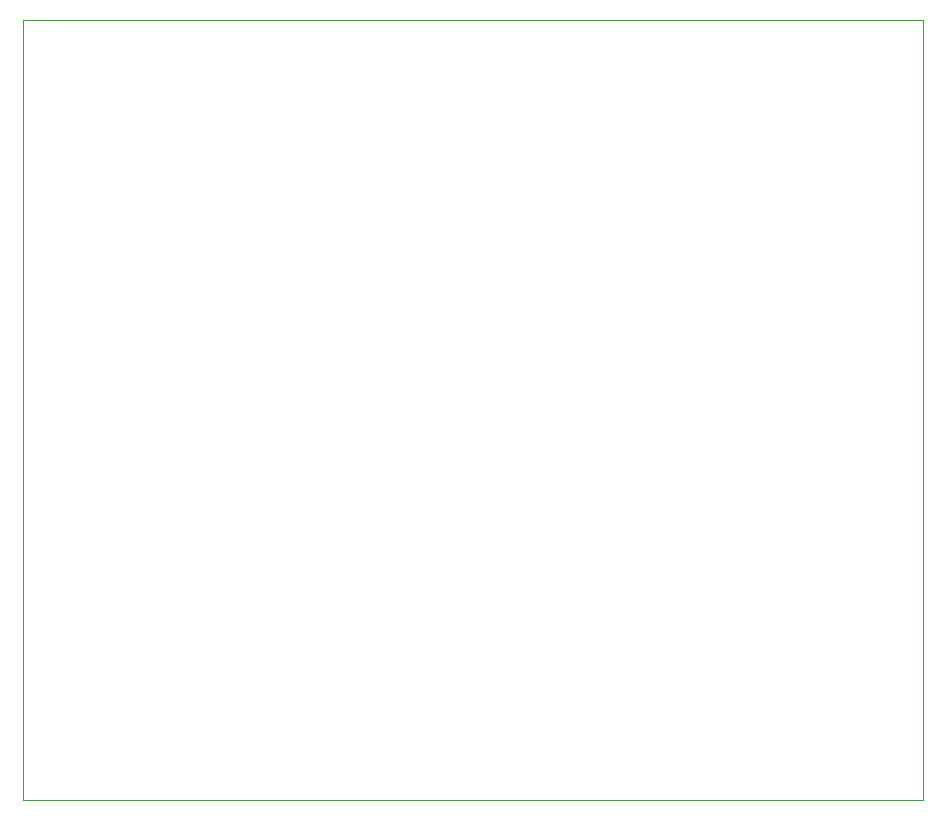
<source format=gbr>
%TF.GenerationSoftware,KiCad,Pcbnew,6.0.11+dfsg-1*%
%TF.CreationDate,2026-01-31T15:55:08+01:00*%
%TF.ProjectId,baliza,62616c69-7a61-42e6-9b69-6361645f7063,2*%
%TF.SameCoordinates,Original*%
%TF.FileFunction,Profile,NP*%
%FSLAX46Y46*%
G04 Gerber Fmt 4.6, Leading zero omitted, Abs format (unit mm)*
G04 Created by KiCad (PCBNEW 6.0.11+dfsg-1) date 2026-01-31 15:55:08*
%MOMM*%
%LPD*%
G01*
G04 APERTURE LIST*
%TA.AperFunction,Profile*%
%ADD10C,0.100000*%
%TD*%
G04 APERTURE END LIST*
D10*
X165100000Y-53340000D02*
X165100000Y-119380000D01*
X88900000Y-119380000D02*
X88900000Y-53340000D01*
X162560000Y-53340000D02*
X165100000Y-53340000D01*
X88900000Y-53340000D02*
X162560000Y-53340000D01*
X165100000Y-119380000D02*
X88900000Y-119380000D01*
M02*

</source>
